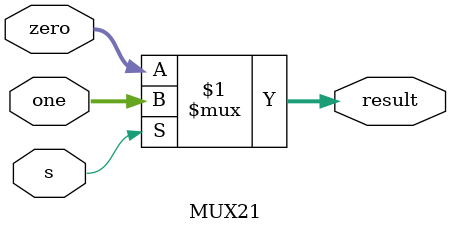
<source format=v>
`timescale 1ns / 1ps


module MUX21(zero,one,s,result);
    parameter WIDTH = 8;
    input [WIDTH-1:0] zero,one;
    input s;
    output [WIDTH-1:0] result;
    assign result = s ? one : zero;
endmodule

</source>
